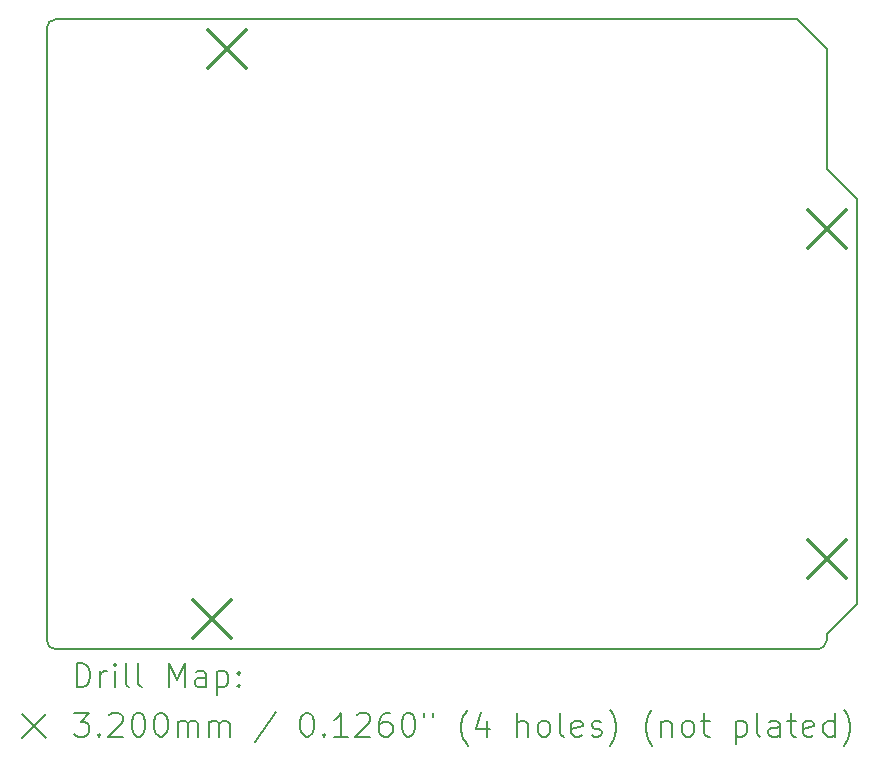
<source format=gbr>
%TF.GenerationSoftware,KiCad,Pcbnew,7.0.10*%
%TF.CreationDate,2024-04-05T22:32:15-04:00*%
%TF.ProjectId,finalIOTproject,66696e61-6c49-44f5-9470-726f6a656374,rev?*%
%TF.SameCoordinates,Original*%
%TF.FileFunction,Drillmap*%
%TF.FilePolarity,Positive*%
%FSLAX45Y45*%
G04 Gerber Fmt 4.5, Leading zero omitted, Abs format (unit mm)*
G04 Created by KiCad (PCBNEW 7.0.10) date 2024-04-05 22:32:15*
%MOMM*%
%LPD*%
G01*
G04 APERTURE LIST*
%ADD10C,0.150000*%
%ADD11C,0.200000*%
%ADD12C,0.320000*%
G04 APERTURE END LIST*
D10*
X16604000Y-5936000D02*
X16858000Y-6190000D01*
X10000000Y-9923800D02*
X10000000Y-4742200D01*
X16858000Y-6190000D02*
X16858000Y-9619000D01*
X16527800Y-10000000D02*
X10076200Y-10000000D01*
X10076200Y-4666000D02*
X16350000Y-4666000D01*
X10000000Y-9923800D02*
G75*
G03*
X10076200Y-10000000I76200J0D01*
G01*
X16858000Y-9619000D02*
X16604000Y-9873000D01*
X16350000Y-4666000D02*
X16604000Y-4920000D01*
X16527800Y-10000000D02*
G75*
G03*
X16604000Y-9923800I0J76200D01*
G01*
X16604000Y-4920000D02*
X16604000Y-5936000D01*
X16604000Y-9873000D02*
X16604000Y-9923800D01*
X10076200Y-4666000D02*
G75*
G03*
X10000000Y-4742200I0J-76200D01*
G01*
D11*
D12*
X11237000Y-9586000D02*
X11557000Y-9906000D01*
X11557000Y-9586000D02*
X11237000Y-9906000D01*
X11364000Y-4760000D02*
X11684000Y-5080000D01*
X11684000Y-4760000D02*
X11364000Y-5080000D01*
X16444000Y-6284000D02*
X16764000Y-6604000D01*
X16764000Y-6284000D02*
X16444000Y-6604000D01*
X16444000Y-9078000D02*
X16764000Y-9398000D01*
X16764000Y-9078000D02*
X16444000Y-9398000D01*
D11*
X10253277Y-10318984D02*
X10253277Y-10118984D01*
X10253277Y-10118984D02*
X10300896Y-10118984D01*
X10300896Y-10118984D02*
X10329467Y-10128508D01*
X10329467Y-10128508D02*
X10348515Y-10147555D01*
X10348515Y-10147555D02*
X10358039Y-10166603D01*
X10358039Y-10166603D02*
X10367563Y-10204698D01*
X10367563Y-10204698D02*
X10367563Y-10233270D01*
X10367563Y-10233270D02*
X10358039Y-10271365D01*
X10358039Y-10271365D02*
X10348515Y-10290412D01*
X10348515Y-10290412D02*
X10329467Y-10309460D01*
X10329467Y-10309460D02*
X10300896Y-10318984D01*
X10300896Y-10318984D02*
X10253277Y-10318984D01*
X10453277Y-10318984D02*
X10453277Y-10185650D01*
X10453277Y-10223746D02*
X10462801Y-10204698D01*
X10462801Y-10204698D02*
X10472324Y-10195174D01*
X10472324Y-10195174D02*
X10491372Y-10185650D01*
X10491372Y-10185650D02*
X10510420Y-10185650D01*
X10577086Y-10318984D02*
X10577086Y-10185650D01*
X10577086Y-10118984D02*
X10567563Y-10128508D01*
X10567563Y-10128508D02*
X10577086Y-10138031D01*
X10577086Y-10138031D02*
X10586610Y-10128508D01*
X10586610Y-10128508D02*
X10577086Y-10118984D01*
X10577086Y-10118984D02*
X10577086Y-10138031D01*
X10700896Y-10318984D02*
X10681848Y-10309460D01*
X10681848Y-10309460D02*
X10672324Y-10290412D01*
X10672324Y-10290412D02*
X10672324Y-10118984D01*
X10805658Y-10318984D02*
X10786610Y-10309460D01*
X10786610Y-10309460D02*
X10777086Y-10290412D01*
X10777086Y-10290412D02*
X10777086Y-10118984D01*
X11034229Y-10318984D02*
X11034229Y-10118984D01*
X11034229Y-10118984D02*
X11100896Y-10261841D01*
X11100896Y-10261841D02*
X11167563Y-10118984D01*
X11167563Y-10118984D02*
X11167563Y-10318984D01*
X11348515Y-10318984D02*
X11348515Y-10214222D01*
X11348515Y-10214222D02*
X11338991Y-10195174D01*
X11338991Y-10195174D02*
X11319943Y-10185650D01*
X11319943Y-10185650D02*
X11281848Y-10185650D01*
X11281848Y-10185650D02*
X11262801Y-10195174D01*
X11348515Y-10309460D02*
X11329467Y-10318984D01*
X11329467Y-10318984D02*
X11281848Y-10318984D01*
X11281848Y-10318984D02*
X11262801Y-10309460D01*
X11262801Y-10309460D02*
X11253277Y-10290412D01*
X11253277Y-10290412D02*
X11253277Y-10271365D01*
X11253277Y-10271365D02*
X11262801Y-10252317D01*
X11262801Y-10252317D02*
X11281848Y-10242793D01*
X11281848Y-10242793D02*
X11329467Y-10242793D01*
X11329467Y-10242793D02*
X11348515Y-10233270D01*
X11443753Y-10185650D02*
X11443753Y-10385650D01*
X11443753Y-10195174D02*
X11462801Y-10185650D01*
X11462801Y-10185650D02*
X11500896Y-10185650D01*
X11500896Y-10185650D02*
X11519943Y-10195174D01*
X11519943Y-10195174D02*
X11529467Y-10204698D01*
X11529467Y-10204698D02*
X11538991Y-10223746D01*
X11538991Y-10223746D02*
X11538991Y-10280889D01*
X11538991Y-10280889D02*
X11529467Y-10299936D01*
X11529467Y-10299936D02*
X11519943Y-10309460D01*
X11519943Y-10309460D02*
X11500896Y-10318984D01*
X11500896Y-10318984D02*
X11462801Y-10318984D01*
X11462801Y-10318984D02*
X11443753Y-10309460D01*
X11624705Y-10299936D02*
X11634229Y-10309460D01*
X11634229Y-10309460D02*
X11624705Y-10318984D01*
X11624705Y-10318984D02*
X11615182Y-10309460D01*
X11615182Y-10309460D02*
X11624705Y-10299936D01*
X11624705Y-10299936D02*
X11624705Y-10318984D01*
X11624705Y-10195174D02*
X11634229Y-10204698D01*
X11634229Y-10204698D02*
X11624705Y-10214222D01*
X11624705Y-10214222D02*
X11615182Y-10204698D01*
X11615182Y-10204698D02*
X11624705Y-10195174D01*
X11624705Y-10195174D02*
X11624705Y-10214222D01*
X9792500Y-10547500D02*
X9992500Y-10747500D01*
X9992500Y-10547500D02*
X9792500Y-10747500D01*
X10234229Y-10538984D02*
X10358039Y-10538984D01*
X10358039Y-10538984D02*
X10291372Y-10615174D01*
X10291372Y-10615174D02*
X10319944Y-10615174D01*
X10319944Y-10615174D02*
X10338991Y-10624698D01*
X10338991Y-10624698D02*
X10348515Y-10634222D01*
X10348515Y-10634222D02*
X10358039Y-10653270D01*
X10358039Y-10653270D02*
X10358039Y-10700889D01*
X10358039Y-10700889D02*
X10348515Y-10719936D01*
X10348515Y-10719936D02*
X10338991Y-10729460D01*
X10338991Y-10729460D02*
X10319944Y-10738984D01*
X10319944Y-10738984D02*
X10262801Y-10738984D01*
X10262801Y-10738984D02*
X10243753Y-10729460D01*
X10243753Y-10729460D02*
X10234229Y-10719936D01*
X10443753Y-10719936D02*
X10453277Y-10729460D01*
X10453277Y-10729460D02*
X10443753Y-10738984D01*
X10443753Y-10738984D02*
X10434229Y-10729460D01*
X10434229Y-10729460D02*
X10443753Y-10719936D01*
X10443753Y-10719936D02*
X10443753Y-10738984D01*
X10529467Y-10558031D02*
X10538991Y-10548508D01*
X10538991Y-10548508D02*
X10558039Y-10538984D01*
X10558039Y-10538984D02*
X10605658Y-10538984D01*
X10605658Y-10538984D02*
X10624705Y-10548508D01*
X10624705Y-10548508D02*
X10634229Y-10558031D01*
X10634229Y-10558031D02*
X10643753Y-10577079D01*
X10643753Y-10577079D02*
X10643753Y-10596127D01*
X10643753Y-10596127D02*
X10634229Y-10624698D01*
X10634229Y-10624698D02*
X10519944Y-10738984D01*
X10519944Y-10738984D02*
X10643753Y-10738984D01*
X10767563Y-10538984D02*
X10786610Y-10538984D01*
X10786610Y-10538984D02*
X10805658Y-10548508D01*
X10805658Y-10548508D02*
X10815182Y-10558031D01*
X10815182Y-10558031D02*
X10824705Y-10577079D01*
X10824705Y-10577079D02*
X10834229Y-10615174D01*
X10834229Y-10615174D02*
X10834229Y-10662793D01*
X10834229Y-10662793D02*
X10824705Y-10700889D01*
X10824705Y-10700889D02*
X10815182Y-10719936D01*
X10815182Y-10719936D02*
X10805658Y-10729460D01*
X10805658Y-10729460D02*
X10786610Y-10738984D01*
X10786610Y-10738984D02*
X10767563Y-10738984D01*
X10767563Y-10738984D02*
X10748515Y-10729460D01*
X10748515Y-10729460D02*
X10738991Y-10719936D01*
X10738991Y-10719936D02*
X10729467Y-10700889D01*
X10729467Y-10700889D02*
X10719944Y-10662793D01*
X10719944Y-10662793D02*
X10719944Y-10615174D01*
X10719944Y-10615174D02*
X10729467Y-10577079D01*
X10729467Y-10577079D02*
X10738991Y-10558031D01*
X10738991Y-10558031D02*
X10748515Y-10548508D01*
X10748515Y-10548508D02*
X10767563Y-10538984D01*
X10958039Y-10538984D02*
X10977086Y-10538984D01*
X10977086Y-10538984D02*
X10996134Y-10548508D01*
X10996134Y-10548508D02*
X11005658Y-10558031D01*
X11005658Y-10558031D02*
X11015182Y-10577079D01*
X11015182Y-10577079D02*
X11024705Y-10615174D01*
X11024705Y-10615174D02*
X11024705Y-10662793D01*
X11024705Y-10662793D02*
X11015182Y-10700889D01*
X11015182Y-10700889D02*
X11005658Y-10719936D01*
X11005658Y-10719936D02*
X10996134Y-10729460D01*
X10996134Y-10729460D02*
X10977086Y-10738984D01*
X10977086Y-10738984D02*
X10958039Y-10738984D01*
X10958039Y-10738984D02*
X10938991Y-10729460D01*
X10938991Y-10729460D02*
X10929467Y-10719936D01*
X10929467Y-10719936D02*
X10919944Y-10700889D01*
X10919944Y-10700889D02*
X10910420Y-10662793D01*
X10910420Y-10662793D02*
X10910420Y-10615174D01*
X10910420Y-10615174D02*
X10919944Y-10577079D01*
X10919944Y-10577079D02*
X10929467Y-10558031D01*
X10929467Y-10558031D02*
X10938991Y-10548508D01*
X10938991Y-10548508D02*
X10958039Y-10538984D01*
X11110420Y-10738984D02*
X11110420Y-10605650D01*
X11110420Y-10624698D02*
X11119944Y-10615174D01*
X11119944Y-10615174D02*
X11138991Y-10605650D01*
X11138991Y-10605650D02*
X11167563Y-10605650D01*
X11167563Y-10605650D02*
X11186610Y-10615174D01*
X11186610Y-10615174D02*
X11196134Y-10634222D01*
X11196134Y-10634222D02*
X11196134Y-10738984D01*
X11196134Y-10634222D02*
X11205658Y-10615174D01*
X11205658Y-10615174D02*
X11224705Y-10605650D01*
X11224705Y-10605650D02*
X11253277Y-10605650D01*
X11253277Y-10605650D02*
X11272324Y-10615174D01*
X11272324Y-10615174D02*
X11281848Y-10634222D01*
X11281848Y-10634222D02*
X11281848Y-10738984D01*
X11377086Y-10738984D02*
X11377086Y-10605650D01*
X11377086Y-10624698D02*
X11386610Y-10615174D01*
X11386610Y-10615174D02*
X11405658Y-10605650D01*
X11405658Y-10605650D02*
X11434229Y-10605650D01*
X11434229Y-10605650D02*
X11453277Y-10615174D01*
X11453277Y-10615174D02*
X11462801Y-10634222D01*
X11462801Y-10634222D02*
X11462801Y-10738984D01*
X11462801Y-10634222D02*
X11472324Y-10615174D01*
X11472324Y-10615174D02*
X11491372Y-10605650D01*
X11491372Y-10605650D02*
X11519943Y-10605650D01*
X11519943Y-10605650D02*
X11538991Y-10615174D01*
X11538991Y-10615174D02*
X11548515Y-10634222D01*
X11548515Y-10634222D02*
X11548515Y-10738984D01*
X11938991Y-10529460D02*
X11767563Y-10786603D01*
X12196134Y-10538984D02*
X12215182Y-10538984D01*
X12215182Y-10538984D02*
X12234229Y-10548508D01*
X12234229Y-10548508D02*
X12243753Y-10558031D01*
X12243753Y-10558031D02*
X12253277Y-10577079D01*
X12253277Y-10577079D02*
X12262801Y-10615174D01*
X12262801Y-10615174D02*
X12262801Y-10662793D01*
X12262801Y-10662793D02*
X12253277Y-10700889D01*
X12253277Y-10700889D02*
X12243753Y-10719936D01*
X12243753Y-10719936D02*
X12234229Y-10729460D01*
X12234229Y-10729460D02*
X12215182Y-10738984D01*
X12215182Y-10738984D02*
X12196134Y-10738984D01*
X12196134Y-10738984D02*
X12177086Y-10729460D01*
X12177086Y-10729460D02*
X12167563Y-10719936D01*
X12167563Y-10719936D02*
X12158039Y-10700889D01*
X12158039Y-10700889D02*
X12148515Y-10662793D01*
X12148515Y-10662793D02*
X12148515Y-10615174D01*
X12148515Y-10615174D02*
X12158039Y-10577079D01*
X12158039Y-10577079D02*
X12167563Y-10558031D01*
X12167563Y-10558031D02*
X12177086Y-10548508D01*
X12177086Y-10548508D02*
X12196134Y-10538984D01*
X12348515Y-10719936D02*
X12358039Y-10729460D01*
X12358039Y-10729460D02*
X12348515Y-10738984D01*
X12348515Y-10738984D02*
X12338991Y-10729460D01*
X12338991Y-10729460D02*
X12348515Y-10719936D01*
X12348515Y-10719936D02*
X12348515Y-10738984D01*
X12548515Y-10738984D02*
X12434229Y-10738984D01*
X12491372Y-10738984D02*
X12491372Y-10538984D01*
X12491372Y-10538984D02*
X12472325Y-10567555D01*
X12472325Y-10567555D02*
X12453277Y-10586603D01*
X12453277Y-10586603D02*
X12434229Y-10596127D01*
X12624706Y-10558031D02*
X12634229Y-10548508D01*
X12634229Y-10548508D02*
X12653277Y-10538984D01*
X12653277Y-10538984D02*
X12700896Y-10538984D01*
X12700896Y-10538984D02*
X12719944Y-10548508D01*
X12719944Y-10548508D02*
X12729467Y-10558031D01*
X12729467Y-10558031D02*
X12738991Y-10577079D01*
X12738991Y-10577079D02*
X12738991Y-10596127D01*
X12738991Y-10596127D02*
X12729467Y-10624698D01*
X12729467Y-10624698D02*
X12615182Y-10738984D01*
X12615182Y-10738984D02*
X12738991Y-10738984D01*
X12910420Y-10538984D02*
X12872325Y-10538984D01*
X12872325Y-10538984D02*
X12853277Y-10548508D01*
X12853277Y-10548508D02*
X12843753Y-10558031D01*
X12843753Y-10558031D02*
X12824706Y-10586603D01*
X12824706Y-10586603D02*
X12815182Y-10624698D01*
X12815182Y-10624698D02*
X12815182Y-10700889D01*
X12815182Y-10700889D02*
X12824706Y-10719936D01*
X12824706Y-10719936D02*
X12834229Y-10729460D01*
X12834229Y-10729460D02*
X12853277Y-10738984D01*
X12853277Y-10738984D02*
X12891372Y-10738984D01*
X12891372Y-10738984D02*
X12910420Y-10729460D01*
X12910420Y-10729460D02*
X12919944Y-10719936D01*
X12919944Y-10719936D02*
X12929467Y-10700889D01*
X12929467Y-10700889D02*
X12929467Y-10653270D01*
X12929467Y-10653270D02*
X12919944Y-10634222D01*
X12919944Y-10634222D02*
X12910420Y-10624698D01*
X12910420Y-10624698D02*
X12891372Y-10615174D01*
X12891372Y-10615174D02*
X12853277Y-10615174D01*
X12853277Y-10615174D02*
X12834229Y-10624698D01*
X12834229Y-10624698D02*
X12824706Y-10634222D01*
X12824706Y-10634222D02*
X12815182Y-10653270D01*
X13053277Y-10538984D02*
X13072325Y-10538984D01*
X13072325Y-10538984D02*
X13091372Y-10548508D01*
X13091372Y-10548508D02*
X13100896Y-10558031D01*
X13100896Y-10558031D02*
X13110420Y-10577079D01*
X13110420Y-10577079D02*
X13119944Y-10615174D01*
X13119944Y-10615174D02*
X13119944Y-10662793D01*
X13119944Y-10662793D02*
X13110420Y-10700889D01*
X13110420Y-10700889D02*
X13100896Y-10719936D01*
X13100896Y-10719936D02*
X13091372Y-10729460D01*
X13091372Y-10729460D02*
X13072325Y-10738984D01*
X13072325Y-10738984D02*
X13053277Y-10738984D01*
X13053277Y-10738984D02*
X13034229Y-10729460D01*
X13034229Y-10729460D02*
X13024706Y-10719936D01*
X13024706Y-10719936D02*
X13015182Y-10700889D01*
X13015182Y-10700889D02*
X13005658Y-10662793D01*
X13005658Y-10662793D02*
X13005658Y-10615174D01*
X13005658Y-10615174D02*
X13015182Y-10577079D01*
X13015182Y-10577079D02*
X13024706Y-10558031D01*
X13024706Y-10558031D02*
X13034229Y-10548508D01*
X13034229Y-10548508D02*
X13053277Y-10538984D01*
X13196134Y-10538984D02*
X13196134Y-10577079D01*
X13272325Y-10538984D02*
X13272325Y-10577079D01*
X13567563Y-10815174D02*
X13558039Y-10805650D01*
X13558039Y-10805650D02*
X13538991Y-10777079D01*
X13538991Y-10777079D02*
X13529468Y-10758031D01*
X13529468Y-10758031D02*
X13519944Y-10729460D01*
X13519944Y-10729460D02*
X13510420Y-10681841D01*
X13510420Y-10681841D02*
X13510420Y-10643746D01*
X13510420Y-10643746D02*
X13519944Y-10596127D01*
X13519944Y-10596127D02*
X13529468Y-10567555D01*
X13529468Y-10567555D02*
X13538991Y-10548508D01*
X13538991Y-10548508D02*
X13558039Y-10519936D01*
X13558039Y-10519936D02*
X13567563Y-10510412D01*
X13729468Y-10605650D02*
X13729468Y-10738984D01*
X13681848Y-10529460D02*
X13634229Y-10672317D01*
X13634229Y-10672317D02*
X13758039Y-10672317D01*
X13986610Y-10738984D02*
X13986610Y-10538984D01*
X14072325Y-10738984D02*
X14072325Y-10634222D01*
X14072325Y-10634222D02*
X14062801Y-10615174D01*
X14062801Y-10615174D02*
X14043753Y-10605650D01*
X14043753Y-10605650D02*
X14015182Y-10605650D01*
X14015182Y-10605650D02*
X13996134Y-10615174D01*
X13996134Y-10615174D02*
X13986610Y-10624698D01*
X14196134Y-10738984D02*
X14177087Y-10729460D01*
X14177087Y-10729460D02*
X14167563Y-10719936D01*
X14167563Y-10719936D02*
X14158039Y-10700889D01*
X14158039Y-10700889D02*
X14158039Y-10643746D01*
X14158039Y-10643746D02*
X14167563Y-10624698D01*
X14167563Y-10624698D02*
X14177087Y-10615174D01*
X14177087Y-10615174D02*
X14196134Y-10605650D01*
X14196134Y-10605650D02*
X14224706Y-10605650D01*
X14224706Y-10605650D02*
X14243753Y-10615174D01*
X14243753Y-10615174D02*
X14253277Y-10624698D01*
X14253277Y-10624698D02*
X14262801Y-10643746D01*
X14262801Y-10643746D02*
X14262801Y-10700889D01*
X14262801Y-10700889D02*
X14253277Y-10719936D01*
X14253277Y-10719936D02*
X14243753Y-10729460D01*
X14243753Y-10729460D02*
X14224706Y-10738984D01*
X14224706Y-10738984D02*
X14196134Y-10738984D01*
X14377087Y-10738984D02*
X14358039Y-10729460D01*
X14358039Y-10729460D02*
X14348515Y-10710412D01*
X14348515Y-10710412D02*
X14348515Y-10538984D01*
X14529468Y-10729460D02*
X14510420Y-10738984D01*
X14510420Y-10738984D02*
X14472325Y-10738984D01*
X14472325Y-10738984D02*
X14453277Y-10729460D01*
X14453277Y-10729460D02*
X14443753Y-10710412D01*
X14443753Y-10710412D02*
X14443753Y-10634222D01*
X14443753Y-10634222D02*
X14453277Y-10615174D01*
X14453277Y-10615174D02*
X14472325Y-10605650D01*
X14472325Y-10605650D02*
X14510420Y-10605650D01*
X14510420Y-10605650D02*
X14529468Y-10615174D01*
X14529468Y-10615174D02*
X14538991Y-10634222D01*
X14538991Y-10634222D02*
X14538991Y-10653270D01*
X14538991Y-10653270D02*
X14443753Y-10672317D01*
X14615182Y-10729460D02*
X14634230Y-10738984D01*
X14634230Y-10738984D02*
X14672325Y-10738984D01*
X14672325Y-10738984D02*
X14691372Y-10729460D01*
X14691372Y-10729460D02*
X14700896Y-10710412D01*
X14700896Y-10710412D02*
X14700896Y-10700889D01*
X14700896Y-10700889D02*
X14691372Y-10681841D01*
X14691372Y-10681841D02*
X14672325Y-10672317D01*
X14672325Y-10672317D02*
X14643753Y-10672317D01*
X14643753Y-10672317D02*
X14624706Y-10662793D01*
X14624706Y-10662793D02*
X14615182Y-10643746D01*
X14615182Y-10643746D02*
X14615182Y-10634222D01*
X14615182Y-10634222D02*
X14624706Y-10615174D01*
X14624706Y-10615174D02*
X14643753Y-10605650D01*
X14643753Y-10605650D02*
X14672325Y-10605650D01*
X14672325Y-10605650D02*
X14691372Y-10615174D01*
X14767563Y-10815174D02*
X14777087Y-10805650D01*
X14777087Y-10805650D02*
X14796134Y-10777079D01*
X14796134Y-10777079D02*
X14805658Y-10758031D01*
X14805658Y-10758031D02*
X14815182Y-10729460D01*
X14815182Y-10729460D02*
X14824706Y-10681841D01*
X14824706Y-10681841D02*
X14824706Y-10643746D01*
X14824706Y-10643746D02*
X14815182Y-10596127D01*
X14815182Y-10596127D02*
X14805658Y-10567555D01*
X14805658Y-10567555D02*
X14796134Y-10548508D01*
X14796134Y-10548508D02*
X14777087Y-10519936D01*
X14777087Y-10519936D02*
X14767563Y-10510412D01*
X15129468Y-10815174D02*
X15119944Y-10805650D01*
X15119944Y-10805650D02*
X15100896Y-10777079D01*
X15100896Y-10777079D02*
X15091372Y-10758031D01*
X15091372Y-10758031D02*
X15081849Y-10729460D01*
X15081849Y-10729460D02*
X15072325Y-10681841D01*
X15072325Y-10681841D02*
X15072325Y-10643746D01*
X15072325Y-10643746D02*
X15081849Y-10596127D01*
X15081849Y-10596127D02*
X15091372Y-10567555D01*
X15091372Y-10567555D02*
X15100896Y-10548508D01*
X15100896Y-10548508D02*
X15119944Y-10519936D01*
X15119944Y-10519936D02*
X15129468Y-10510412D01*
X15205658Y-10605650D02*
X15205658Y-10738984D01*
X15205658Y-10624698D02*
X15215182Y-10615174D01*
X15215182Y-10615174D02*
X15234230Y-10605650D01*
X15234230Y-10605650D02*
X15262801Y-10605650D01*
X15262801Y-10605650D02*
X15281849Y-10615174D01*
X15281849Y-10615174D02*
X15291372Y-10634222D01*
X15291372Y-10634222D02*
X15291372Y-10738984D01*
X15415182Y-10738984D02*
X15396134Y-10729460D01*
X15396134Y-10729460D02*
X15386611Y-10719936D01*
X15386611Y-10719936D02*
X15377087Y-10700889D01*
X15377087Y-10700889D02*
X15377087Y-10643746D01*
X15377087Y-10643746D02*
X15386611Y-10624698D01*
X15386611Y-10624698D02*
X15396134Y-10615174D01*
X15396134Y-10615174D02*
X15415182Y-10605650D01*
X15415182Y-10605650D02*
X15443753Y-10605650D01*
X15443753Y-10605650D02*
X15462801Y-10615174D01*
X15462801Y-10615174D02*
X15472325Y-10624698D01*
X15472325Y-10624698D02*
X15481849Y-10643746D01*
X15481849Y-10643746D02*
X15481849Y-10700889D01*
X15481849Y-10700889D02*
X15472325Y-10719936D01*
X15472325Y-10719936D02*
X15462801Y-10729460D01*
X15462801Y-10729460D02*
X15443753Y-10738984D01*
X15443753Y-10738984D02*
X15415182Y-10738984D01*
X15538992Y-10605650D02*
X15615182Y-10605650D01*
X15567563Y-10538984D02*
X15567563Y-10710412D01*
X15567563Y-10710412D02*
X15577087Y-10729460D01*
X15577087Y-10729460D02*
X15596134Y-10738984D01*
X15596134Y-10738984D02*
X15615182Y-10738984D01*
X15834230Y-10605650D02*
X15834230Y-10805650D01*
X15834230Y-10615174D02*
X15853277Y-10605650D01*
X15853277Y-10605650D02*
X15891373Y-10605650D01*
X15891373Y-10605650D02*
X15910420Y-10615174D01*
X15910420Y-10615174D02*
X15919944Y-10624698D01*
X15919944Y-10624698D02*
X15929468Y-10643746D01*
X15929468Y-10643746D02*
X15929468Y-10700889D01*
X15929468Y-10700889D02*
X15919944Y-10719936D01*
X15919944Y-10719936D02*
X15910420Y-10729460D01*
X15910420Y-10729460D02*
X15891373Y-10738984D01*
X15891373Y-10738984D02*
X15853277Y-10738984D01*
X15853277Y-10738984D02*
X15834230Y-10729460D01*
X16043753Y-10738984D02*
X16024706Y-10729460D01*
X16024706Y-10729460D02*
X16015182Y-10710412D01*
X16015182Y-10710412D02*
X16015182Y-10538984D01*
X16205658Y-10738984D02*
X16205658Y-10634222D01*
X16205658Y-10634222D02*
X16196134Y-10615174D01*
X16196134Y-10615174D02*
X16177087Y-10605650D01*
X16177087Y-10605650D02*
X16138992Y-10605650D01*
X16138992Y-10605650D02*
X16119944Y-10615174D01*
X16205658Y-10729460D02*
X16186611Y-10738984D01*
X16186611Y-10738984D02*
X16138992Y-10738984D01*
X16138992Y-10738984D02*
X16119944Y-10729460D01*
X16119944Y-10729460D02*
X16110420Y-10710412D01*
X16110420Y-10710412D02*
X16110420Y-10691365D01*
X16110420Y-10691365D02*
X16119944Y-10672317D01*
X16119944Y-10672317D02*
X16138992Y-10662793D01*
X16138992Y-10662793D02*
X16186611Y-10662793D01*
X16186611Y-10662793D02*
X16205658Y-10653270D01*
X16272325Y-10605650D02*
X16348515Y-10605650D01*
X16300896Y-10538984D02*
X16300896Y-10710412D01*
X16300896Y-10710412D02*
X16310420Y-10729460D01*
X16310420Y-10729460D02*
X16329468Y-10738984D01*
X16329468Y-10738984D02*
X16348515Y-10738984D01*
X16491373Y-10729460D02*
X16472325Y-10738984D01*
X16472325Y-10738984D02*
X16434230Y-10738984D01*
X16434230Y-10738984D02*
X16415182Y-10729460D01*
X16415182Y-10729460D02*
X16405658Y-10710412D01*
X16405658Y-10710412D02*
X16405658Y-10634222D01*
X16405658Y-10634222D02*
X16415182Y-10615174D01*
X16415182Y-10615174D02*
X16434230Y-10605650D01*
X16434230Y-10605650D02*
X16472325Y-10605650D01*
X16472325Y-10605650D02*
X16491373Y-10615174D01*
X16491373Y-10615174D02*
X16500896Y-10634222D01*
X16500896Y-10634222D02*
X16500896Y-10653270D01*
X16500896Y-10653270D02*
X16405658Y-10672317D01*
X16672325Y-10738984D02*
X16672325Y-10538984D01*
X16672325Y-10729460D02*
X16653277Y-10738984D01*
X16653277Y-10738984D02*
X16615182Y-10738984D01*
X16615182Y-10738984D02*
X16596134Y-10729460D01*
X16596134Y-10729460D02*
X16586611Y-10719936D01*
X16586611Y-10719936D02*
X16577087Y-10700889D01*
X16577087Y-10700889D02*
X16577087Y-10643746D01*
X16577087Y-10643746D02*
X16586611Y-10624698D01*
X16586611Y-10624698D02*
X16596134Y-10615174D01*
X16596134Y-10615174D02*
X16615182Y-10605650D01*
X16615182Y-10605650D02*
X16653277Y-10605650D01*
X16653277Y-10605650D02*
X16672325Y-10615174D01*
X16748515Y-10815174D02*
X16758039Y-10805650D01*
X16758039Y-10805650D02*
X16777087Y-10777079D01*
X16777087Y-10777079D02*
X16786611Y-10758031D01*
X16786611Y-10758031D02*
X16796135Y-10729460D01*
X16796135Y-10729460D02*
X16805658Y-10681841D01*
X16805658Y-10681841D02*
X16805658Y-10643746D01*
X16805658Y-10643746D02*
X16796135Y-10596127D01*
X16796135Y-10596127D02*
X16786611Y-10567555D01*
X16786611Y-10567555D02*
X16777087Y-10548508D01*
X16777087Y-10548508D02*
X16758039Y-10519936D01*
X16758039Y-10519936D02*
X16748515Y-10510412D01*
M02*

</source>
